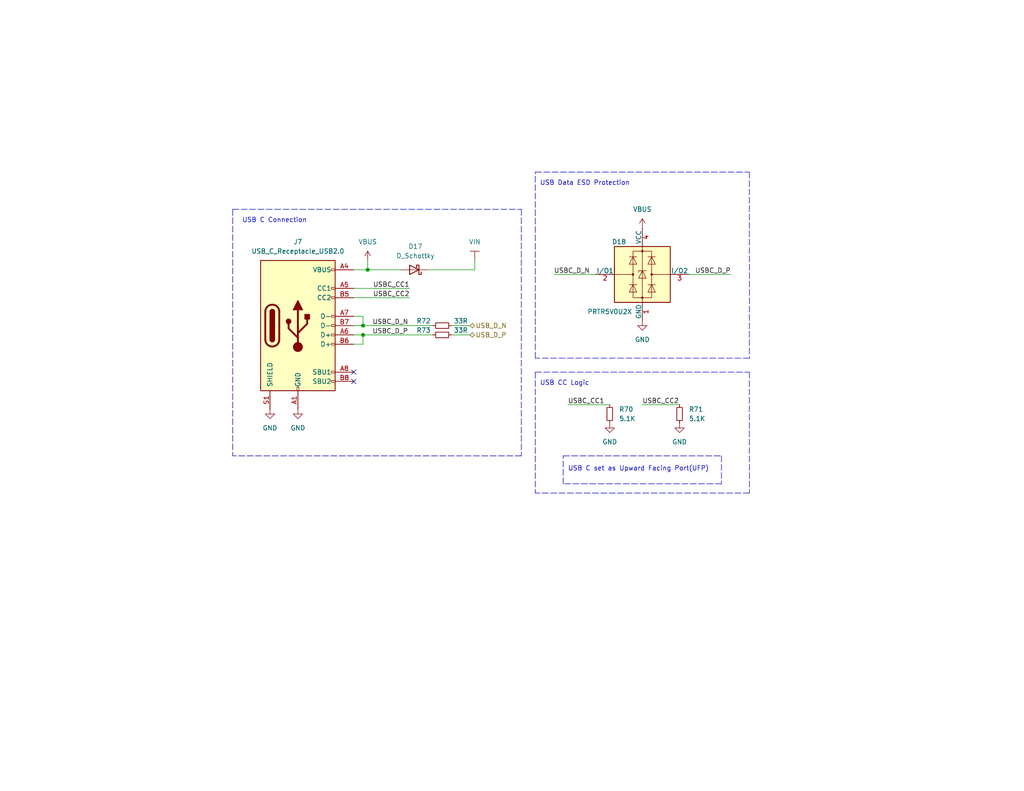
<source format=kicad_sch>
(kicad_sch (version 20231120) (generator "eeschema") (generator_version "8.0")
  (paper "USLetter")
  (title_block (title "ReLoki - USB Device Interface") (date "2022-10-19") (rev "0.1") (company "Geroge Mason University"))
  (lib_symbols
    (symbol "Connector:USB_C_Receptacle_USB2.0" (pin_names (offset 1.016))
      (property "Reference" "J" (at -10.16 19.05 0))
      (property "Value" "USB_C_Receptacle_USB2.0" (at 19.05 19.05 0))
      (symbol "USB_C_Receptacle_USB2.0_0_0"
        (rectangle (start -0.254 -17.78) (end 0.254 -16.764))
        (rectangle (start 10.16 -14.986) (end 9.144 -15.494))
        (rectangle (start 10.16 -12.446) (end 9.144 -12.954))
        (rectangle (start 10.16 -4.826) (end 9.144 -5.334))
        (rectangle (start 10.16 -2.286) (end 9.144 -2.794))
        (rectangle (start 10.16 0.254) (end 9.144 -0.254))
        (rectangle (start 10.16 2.794) (end 9.144 2.286))
        (rectangle (start 10.16 7.874) (end 9.144 7.366))
        (rectangle (start 10.16 10.414) (end 9.144 9.906))
        (rectangle (start 10.16 15.494) (end 9.144 14.986))
      )
      (symbol "USB_C_Receptacle_USB2.0_0_1"
        (rectangle (start -10.16 17.78) (end 10.16 -17.78) (stroke (width 0.254)) (fill (type background)))
        (arc (start -8.89 -3.81) (mid -6.985 -5.7066) (end -5.08 -3.81) (stroke (width 0.508)))
        (arc (start -7.62 -3.81) (mid -6.985 -4.4422) (end -6.35 -3.81) (stroke (width 0.254)))
        (arc (start -7.62 -3.81) (mid -6.985 -4.4422) (end -6.35 -3.81) (stroke (width 0.254)) (fill (type outline)))
        (rectangle (start -7.62 -3.81) (end -6.35 3.81) (stroke (width 0.254)) (fill (type outline)))
        (arc (start -6.35 3.81) (mid -6.985 4.4422) (end -7.62 3.81) (stroke (width 0.254)))
        (arc (start -6.35 3.81) (mid -6.985 4.4422) (end -7.62 3.81) (stroke (width 0.254)) (fill (type outline)))
        (arc (start -5.08 3.81) (mid -6.985 5.7066) (end -8.89 3.81) (stroke (width 0.508)))
        (circle (center -2.54 1.143) (radius 0.635) (stroke (width 0.254)) (fill (type outline)))
        (circle (center 0 -5.842) (radius 1.27) (fill (type outline)))
        (polyline (pts (xy -8.89 -3.81) (xy -8.89 3.81)) (stroke (width 0.508)))
        (polyline (pts (xy -5.08 3.81) (xy -5.08 -3.81)) (stroke (width 0.508)))
        (polyline (pts (xy 0 -5.842) (xy 0 4.318)) (stroke (width 0.508)))
        (polyline (pts (xy 0 -3.302) (xy -2.54 -0.762) (xy -2.54 0.508)) (stroke (width 0.508)))
        (polyline (pts (xy 0 -2.032) (xy 2.54 0.508) (xy 2.54 1.778)) (stroke (width 0.508)))
        (polyline (pts (xy -1.27 4.318) (xy 0 6.858) (xy 1.27 4.318) (xy -1.27 4.318)) (stroke (width 0.254)) (fill (type outline)))
        (rectangle (start 1.905 1.778) (end 3.175 3.048) (stroke (width 0.254)) (fill (type outline)))
      )
      (symbol "USB_C_Receptacle_USB2.0_1_1"
        (pin passive line (at 0 -22.86 90) (length 5.08) (name "GND") (number "A1"))
        (pin passive line (at 0 -22.86 90) (length 5.08) hide (name "GND") (number "A12"))
        (pin passive line (at 15.24 15.24 180) (length 5.08) (name "VBUS") (number "A4"))
        (pin bidirectional line (at 15.24 10.16 180) (length 5.08) (name "CC1") (number "A5"))
        (pin bidirectional line (at 15.24 -2.54 180) (length 5.08) (name "D+") (number "A6"))
        (pin bidirectional line (at 15.24 2.54 180) (length 5.08) (name "D-") (number "A7"))
        (pin bidirectional line (at 15.24 -12.7 180) (length 5.08) (name "SBU1") (number "A8"))
        (pin passive line (at 15.24 15.24 180) (length 5.08) hide (name "VBUS") (number "A9"))
        (pin passive line (at 0 -22.86 90) (length 5.08) hide (name "GND") (number "B1"))
        (pin passive line (at 0 -22.86 90) (length 5.08) hide (name "GND") (number "B12"))
        (pin passive line (at 15.24 15.24 180) (length 5.08) hide (name "VBUS") (number "B4"))
        (pin bidirectional line (at 15.24 7.62 180) (length 5.08) (name "CC2") (number "B5"))
        (pin bidirectional line (at 15.24 -5.08 180) (length 5.08) (name "D+") (number "B6"))
        (pin bidirectional line (at 15.24 0 180) (length 5.08) (name "D-") (number "B7"))
        (pin bidirectional line (at 15.24 -15.24 180) (length 5.08) (name "SBU2") (number "B8"))
        (pin passive line (at 15.24 15.24 180) (length 5.08) hide (name "VBUS") (number "B9"))
        (pin passive line (at -7.62 -22.86 90) (length 5.08) (name "SHIELD") (number "S1"))
      )
    )
    (symbol "Device:D_Schottky" (pin_numbers hide) (pin_names (offset 1.016) hide)
      (property "Reference" "D" (at 0 2.54 0))
      (property "Value" "D_Schottky" (at 0 -2.54 0))
      (symbol "D_Schottky_0_1"
        (polyline (pts (xy 1.27 0) (xy -1.27 0)))
        (polyline (pts (xy 1.27 1.27) (xy 1.27 -1.27) (xy -1.27 0) (xy 1.27 1.27)) (stroke (width 0.254)))
        (polyline (pts (xy -1.905 0.635) (xy -1.905 1.27) (xy -1.27 1.27) (xy -1.27 -1.27) (xy -0.635 -1.27) (xy -0.635 -0.635)) (stroke (width 0.254)))
      )
      (symbol "D_Schottky_1_1"
        (pin passive line (at -3.81 0 0) (length 2.54) (name "K") (number "1"))
        (pin passive line (at 3.81 0 180) (length 2.54) (name "A") (number "2"))
      )
    )
    (symbol "Device:R_Small" (pin_numbers hide) (pin_names (offset 0.254) hide)
      (property "Reference" "R" (at 0.762 0.508 0))
      (property "Value" "R_Small" (at 0.762 -1.016 0))
      (symbol "R_Small_0_1"
        (rectangle (start -0.762 1.778) (end 0.762 -1.778) (stroke (width 0.2032)))
      )
      (symbol "R_Small_1_1"
        (pin passive line (at 0 2.54 270) (length 0.762) (name "~") (number "1"))
        (pin passive line (at 0 -2.54 90) (length 0.762) (name "~") (number "2"))
      )
    )
    (symbol "Power_Protection:PRTR5V0U2X" (pin_names (offset 0))
      (property "Reference" "D" (at 2.794 8.636 0))
      (property "Value" "PRTR5V0U2X" (at 8.128 -9.398 0))
      (symbol "PRTR5V0U2X_0_1"
        (rectangle (start -7.62 -7.62) (end 7.62 7.62) (stroke (width 0.254)) (fill (type background)))
        (circle (center -2.54 0) (radius 0.254) (fill (type outline)))
        (rectangle (start -2.54 6.35) (end 2.54 -6.35))
        (circle (center 0 -6.35) (radius 0.254) (fill (type outline)))
        (polyline (pts (xy -2.54 0) (xy -7.62 0)))
        (polyline (pts (xy -1.524 -2.794) (xy -3.556 -2.794)))
        (polyline (pts (xy -1.524 4.826) (xy -3.556 4.826)))
        (polyline (pts (xy 0 -7.62) (xy 0 7.62)))
        (polyline (pts (xy 1.524 -2.794) (xy 3.556 -2.794)))
        (polyline (pts (xy 1.524 4.826) (xy 3.556 4.826)))
        (polyline (pts (xy 2.54 0) (xy 7.62 0)))
        (polyline (pts (xy 1.016 1.016) (xy -1.016 1.016) (xy -1.016 0.508)))
        (polyline (pts (xy -3.556 -4.826) (xy -1.524 -4.826) (xy -2.54 -2.794) (xy -3.556 -4.826)))
        (polyline (pts (xy -3.556 2.794) (xy -1.524 2.794) (xy -2.54 4.826) (xy -3.556 2.794)))
        (polyline (pts (xy -1.016 -1.016) (xy 1.016 -1.016) (xy 0 1.016) (xy -1.016 -1.016)))
        (polyline (pts (xy 3.556 -4.826) (xy 1.524 -4.826) (xy 2.54 -2.794) (xy 3.556 -4.826)))
        (polyline (pts (xy 3.556 2.794) (xy 1.524 2.794) (xy 2.54 4.826) (xy 3.556 2.794)))
        (circle (center 0 6.35) (radius 0.254) (fill (type outline)))
        (circle (center 2.54 0) (radius 0.254) (fill (type outline)))
      )
      (symbol "PRTR5V0U2X_1_1"
        (pin passive line (at 0 -12.7 90) (length 5.08) (name "GND") (number "1"))
        (pin passive line (at -12.7 0 0) (length 5.08) (name "I/O1") (number "2"))
        (pin passive line (at 12.7 0 180) (length 5.08) (name "I/O2") (number "3"))
        (pin passive line (at 0 12.7 270) (length 5.08) (name "VCC") (number "4"))
      )
    )
    (symbol "power:GND" (power) (pin_names (offset 0))
      (property "Value" "GND" (at 0 -3.81 0))
      (symbol "GND_0_1"
        (polyline (pts (xy 0 0) (xy 0 -1.27) (xy 1.27 -1.27) (xy 0 -2.54) (xy -1.27 -1.27) (xy 0 -1.27)))
      )
      (symbol "GND_1_1"
        (pin power_in line (at 0 0 270) (length 0) hide (name "GND") (number "1"))
      )
    )
    (symbol "power:VBUS" (power) (pin_names (offset 0))
      (property "Value" "VBUS" (at 0 3.81 0))
      (symbol "VBUS_0_1"
        (polyline (pts (xy -0.762 1.27) (xy 0 2.54)))
        (polyline (pts (xy 0 0) (xy 0 2.54)))
        (polyline (pts (xy 0 2.54) (xy 0.762 1.27)))
      )
      (symbol "VBUS_1_1"
        (pin power_in line (at 0 0 90) (length 0) hide (name "VBUS") (number "1"))
      )
    )
    (symbol "power_U:VIN" (power) (in_bom no) (on_board no)
      (property "Value" "VIN" (at 0 3.81 0))
      (symbol "VIN_0_1"
        (polyline (pts (xy -1.27 2.54) (xy 1.27 2.54)))
        (polyline (pts (xy 0 0) (xy 0 2.54)))
      )
      (symbol "VIN_1_1"
        (pin power_in line (at 0 0 90) (length 0) hide (name "VIN") (number "1"))
      )
    )
  )
  (junction (at 99.06 88.9))
  (junction (at 100.33 73.66))
  (junction (at 99.06 91.44))
  (no_connect (at 96.52 104.14))
  (no_connect (at 96.52 101.6))
  (wire (pts (xy 99.06 88.9) (xy 118.11 88.9)))
  (wire (pts (xy 116.84 73.66) (xy 129.54 73.66)))
  (wire (pts (xy 100.33 71.12) (xy 100.33 73.66)))
  (wire (pts (xy 96.52 73.66) (xy 100.33 73.66)))
  (polyline (pts (xy 146.05 97.79) (xy 146.05 46.99)) (stroke (width 0) (type dash)))
  (wire (pts (xy 129.54 71.12) (xy 129.54 73.66)))
  (wire (pts (xy 96.52 91.44) (xy 99.06 91.44)))
  (wire (pts (xy 99.06 91.44) (xy 118.11 91.44)))
  (wire (pts (xy 175.26 110.49) (xy 185.42 110.49)))
  (wire (pts (xy 99.06 91.44) (xy 99.06 93.98)))
  (wire (pts (xy 96.52 86.36) (xy 99.06 86.36)))
  (wire (pts (xy 99.06 86.36) (xy 99.06 88.9)))
  (polyline (pts (xy 204.47 101.6) (xy 204.47 134.62)) (stroke (width 0) (type dash)))
  (polyline (pts (xy 204.47 46.99) (xy 204.47 97.79)) (stroke (width 0) (type dash)))
  (polyline (pts (xy 142.24 124.46) (xy 63.5 124.46)) (stroke (width 0) (type dash)))
  (polyline (pts (xy 196.85 132.08) (xy 153.67 132.08)) (stroke (width 0) (type dash)))
  (polyline (pts (xy 146.05 101.6) (xy 146.05 134.62)) (stroke (width 0) (type dash)))
  (wire (pts (xy 187.96 74.93) (xy 199.39 74.93)))
  (wire (pts (xy 100.33 73.66) (xy 109.22 73.66)))
  (polyline (pts (xy 142.24 57.15) (xy 142.24 124.46)) (stroke (width 0) (type dash)))
  (polyline (pts (xy 146.05 46.99) (xy 204.47 46.99)) (stroke (width 0) (type dash)))
  (polyline (pts (xy 146.05 101.6) (xy 204.47 101.6)) (stroke (width 0) (type dash)))
  (polyline (pts (xy 153.67 124.46) (xy 196.85 124.46)) (stroke (width 0) (type dash)))
  (wire (pts (xy 96.52 81.28) (xy 111.76 81.28)))
  (wire (pts (xy 151.13 74.93) (xy 162.56 74.93)))
  (wire (pts (xy 123.19 91.44) (xy 128.27 91.44)))
  (wire (pts (xy 154.94 110.49) (xy 166.37 110.49)))
  (polyline (pts (xy 63.5 57.15) (xy 63.5 124.46)) (stroke (width 0) (type dash)))
  (wire (pts (xy 96.52 78.74) (xy 111.76 78.74)))
  (polyline (pts (xy 204.47 97.79) (xy 146.05 97.79)) (stroke (width 0) (type dash)))
  (polyline (pts (xy 153.67 132.08) (xy 153.67 124.46)) (stroke (width 0) (type dash)))
  (wire (pts (xy 96.52 93.98) (xy 99.06 93.98)))
  (wire (pts (xy 96.52 88.9) (xy 99.06 88.9)))
  (polyline (pts (xy 196.85 124.46) (xy 196.85 132.08)) (stroke (width 0) (type dash)))
  (polyline (pts (xy 63.5 57.15) (xy 142.24 57.15)) (stroke (width 0) (type dash)))
  (wire (pts (xy 123.19 88.9) (xy 128.27 88.9)))
  (polyline (pts (xy 204.47 134.62) (xy 146.05 134.62)) (stroke (width 0) (type dash)))
  (text "USB Data ESD Protection" (at 147.32 50.8 0) (effects (font (size 1.27 1.27)) (justify left bottom)))
  (text "USB C set as Upward Facing Port(UFP)\n	" (at 154.94 130.81 0) (effects (font (size 1.27 1.27)) (justify left bottom)))
  (text "USB CC Logic" (at 147.32 105.41 0) (effects (font (size 1.27 1.27)) (justify left bottom)))
  (text "USB C Connection" (at 66.04 60.96 0) (effects (font (size 1.27 1.27)) (justify left bottom)))
  (label "USBC_CC1" (at 154.94 110.49 0))
  (label "USBC_CC2" (at 111.76 81.28 180))
  (label "USBC_D_N" (at 151.13 74.93 0))
  (label "USBC_D_N" (at 101.6 88.9 0))
  (label "USBC_D_P" (at 199.39 74.93 180))
  (label "USBC_CC1" (at 111.76 78.74 180))
  (label "USBC_CC2" (at 175.26 110.49 0))
  (label "USBC_D_P" (at 101.6 91.44 0))
  (hierarchical_label "USB_D_P" (shape bidirectional) (at 128.27 91.44 0))
  (hierarchical_label "USB_D_N" (shape bidirectional) (at 128.27 88.9 0))
  (symbol (lib_id "Connector:USB_C_Receptacle_USB2.0") (at 81.28 88.9 0) (unit 1)
    (property "Reference" "J7" (at 81.28 66.04 0))
    (property "Value" "USB_C_Receptacle_USB2.0" (at 81.28 68.58 0))
    (property "Footprint" "Connector_USB:USB_C_Receptacle_XKB_U262-16XN-4BVC11" (effects (hide yes)))
    (property "Datasheet" "https://www.usb.org/sites/default/files/documents/usb_type-c.zip" (effects (hide yes)))
  )
  (symbol (lib_id "Device:R_Small") (at 166.37 113.03 0) (unit 1)
    (property "Reference" "R70" (at 168.91 111.7599 0) (effects (justify left)))
    (property "Value" "5.1K" (at 168.91 114.2999 0) (effects (justify left)))
    (property "Footprint" "Resistor_SMD:R_0402_1005Metric" (effects (hide yes)))
  )
  (symbol (lib_id "power:GND") (at 81.28 111.76 0) (unit 1)
    (property "Reference" "#PWR0165" (effects (hide yes)))
    (property "Value" "GND" (at 81.28 116.84 0))
  )
  (symbol (lib_id "Device:R_Small") (at 120.65 91.44 90) (unit 1)
    (property "Reference" "R73" (at 115.57 90.17 90))
    (property "Value" "33R" (at 125.73 90.17 90))
    (property "Footprint" "Resistor_SMD:R_0402_1005Metric" (effects (hide yes)))
  )
  (symbol (lib_id "power_U:VIN") (at 129.54 71.12 0) (unit 1) (in_bom no) (on_board no)
    (property "Reference" "#PWR0195" (effects (hide yes)))
    (property "Value" "VIN" (at 129.54 66.04 0))
  )
  (symbol (lib_id "power:GND") (at 166.37 115.57 0) (unit 1)
    (property "Reference" "#PWR0168" (effects (hide yes)))
    (property "Value" "GND" (at 166.37 120.65 0))
  )
  (symbol (lib_id "Device:D_Schottky") (at 113.03 73.66 180) (unit 1)
    (property "Reference" "D17" (at 113.3475 67.31 0))
    (property "Value" "D_Schottky" (at 113.3475 69.85 0))
    (property "Footprint" "Diode_SMD:D_SOD-123F" (effects (hide yes)))
  )
  (symbol (lib_id "power:VBUS") (at 175.26 62.23 0) (unit 1)
    (property "Reference" "#PWR0196" (effects (hide yes)))
    (property "Value" "VBUS" (at 175.26 57.15 0))
  )
  (symbol (lib_id "power:GND") (at 175.26 87.63 0) (unit 1)
    (property "Reference" "#PWR0170" (effects (hide yes)))
    (property "Value" "GND" (at 175.26 92.71 0))
  )
  (symbol (lib_id "power:GND") (at 73.66 111.76 0) (unit 1)
    (property "Reference" "#PWR0164" (effects (hide yes)))
    (property "Value" "GND" (at 73.66 116.84 0))
  )
  (symbol (lib_id "Device:R_Small") (at 185.42 113.03 0) (unit 1)
    (property "Reference" "R71" (at 187.96 111.7599 0) (effects (justify left)))
    (property "Value" "5.1K" (at 187.96 114.2999 0) (effects (justify left)))
    (property "Footprint" "Resistor_SMD:R_0402_1005Metric" (effects (hide yes)))
  )
  (symbol (lib_id "Power_Protection:PRTR5V0U2X") (at 175.26 74.93 0) (unit 1)
    (property "Reference" "D18" (at 168.91 66.04 0))
    (property "Value" "PRTR5V0U2X" (at 166.37 85.09 0))
    (property "Footprint" "Package_TO_SOT_SMD:SOT-143" (effects (hide yes)))
    (property "Datasheet" "https://assets.nexperia.com/documents/data-sheet/PRTR5V0U2X.pdf" (effects (hide yes)))
  )
  (symbol (lib_id "Device:R_Small") (at 120.65 88.9 90) (unit 1)
    (property "Reference" "R72" (at 115.57 87.63 90))
    (property "Value" "33R" (at 125.73 87.63 90))
    (property "Footprint" "Resistor_SMD:R_0402_1005Metric" (effects (hide yes)))
  )
  (symbol (lib_id "power:GND") (at 185.42 115.57 0) (unit 1)
    (property "Reference" "#PWR0171" (effects (hide yes)))
    (property "Value" "GND" (at 185.42 120.65 0))
  )
  (symbol (lib_id "power:VBUS") (at 100.33 71.12 0) (unit 1)
    (property "Reference" "#PWR0166" (effects (hide yes)))
    (property "Value" "VBUS" (at 100.33 66.04 0))
  )
)
</source>
